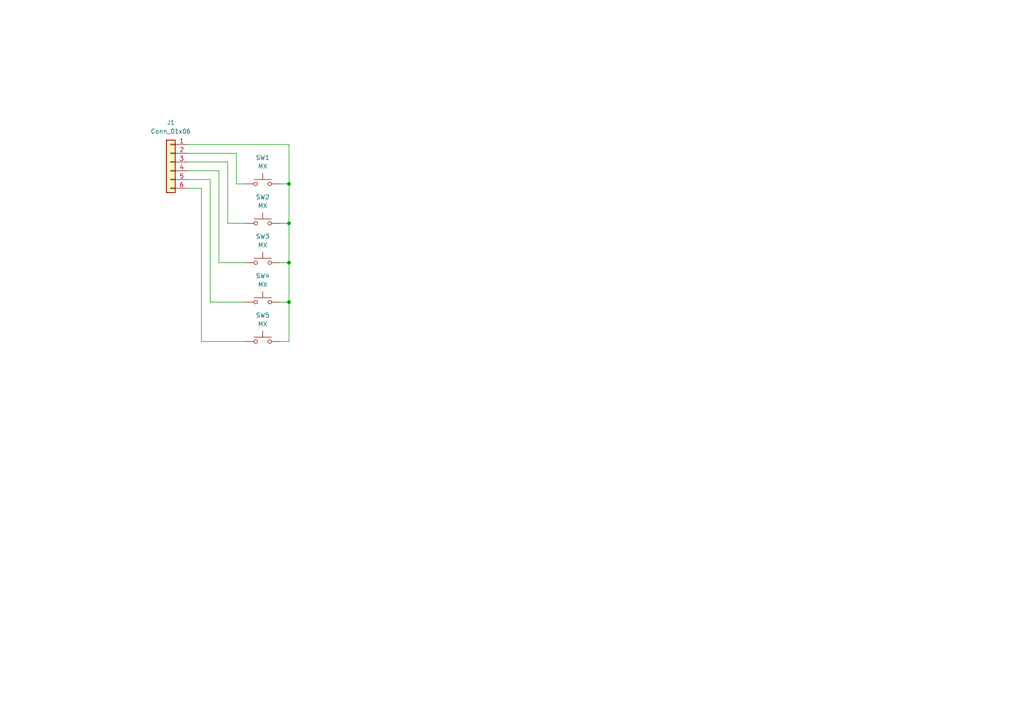
<source format=kicad_sch>
(kicad_sch (version 20211123) (generator eeschema)
  (paper "A4")
  (lib_symbols
    (symbol "Connector_Generic:Conn_01x06" (pin_names (offset 1.016) hide)
      (property "Reference" "J" (at 0 7.62 0))
      (property "Value" "Conn_01x06" (at 0 -10.16 0))
      (symbol "Conn_01x06_1_1"
        (rectangle (start -1.27 -7.493) (end 0 -7.747) (stroke (width 0.1524)))
        (rectangle (start -1.27 -4.953) (end 0 -5.207) (stroke (width 0.1524)))
        (rectangle (start -1.27 -2.413) (end 0 -2.667) (stroke (width 0.1524)))
        (rectangle (start -1.27 0.127) (end 0 -0.127) (stroke (width 0.1524)))
        (rectangle (start -1.27 2.667) (end 0 2.413) (stroke (width 0.1524)))
        (rectangle (start -1.27 5.207) (end 0 4.953) (stroke (width 0.1524)))
        (rectangle (start -1.27 6.35) (end 1.27 -8.89) (stroke (width 0.254)) (fill (type background)))
        (pin passive line (at -5.08 5.08 0) (length 3.81) (name "Pin_1") (number "1"))
        (pin passive line (at -5.08 2.54 0) (length 3.81) (name "Pin_2") (number "2"))
        (pin passive line (at -5.08 0 0) (length 3.81) (name "Pin_3") (number "3"))
        (pin passive line (at -5.08 -2.54 0) (length 3.81) (name "Pin_4") (number "4"))
        (pin passive line (at -5.08 -5.08 0) (length 3.81) (name "Pin_5") (number "5"))
        (pin passive line (at -5.08 -7.62 0) (length 3.81) (name "Pin_6") (number "6"))
      )
    )
    (symbol "Switch:SW_Push" (pin_numbers hide) (pin_names (offset 1.016) hide)
      (property "Reference" "SW" (at 1.27 2.54 0))
      (property "Value" "SW_Push" (at 0 -1.524 0))
      (symbol "SW_Push_0_1"
        (circle (center -2.032 0) (radius 0.508))
        (polyline (pts (xy 0 1.27) (xy 0 3.048)))
        (polyline (pts (xy 2.54 1.27) (xy -2.54 1.27)))
        (circle (center 2.032 0) (radius 0.508))
        (pin passive line (at -5.08 0 0) (length 2.54) (name "1") (number "1"))
        (pin passive line (at 5.08 0 180) (length 2.54) (name "2") (number "2"))
      )
    )
  )
  (junction (at 83.82 87.63))
  (junction (at 83.82 64.77))
  (junction (at 83.82 76.2))
  (junction (at 83.82 53.34))
  (wire (pts (xy 71.12 87.63) (xy 60.96 87.63)))
  (wire (pts (xy 83.82 76.2) (xy 83.82 87.63)))
  (wire (pts (xy 83.82 41.91) (xy 83.82 53.34)))
  (wire (pts (xy 71.12 99.06) (xy 58.42 99.06)))
  (wire (pts (xy 83.82 53.34) (xy 83.82 64.77)))
  (wire (pts (xy 63.5 49.53) (xy 63.5 76.2)))
  (wire (pts (xy 83.82 53.34) (xy 81.28 53.34)))
  (wire (pts (xy 54.61 46.99) (xy 66.04 46.99)))
  (wire (pts (xy 83.82 76.2) (xy 81.28 76.2)))
  (wire (pts (xy 83.82 87.63) (xy 81.28 87.63)))
  (wire (pts (xy 66.04 64.77) (xy 71.12 64.77)))
  (wire (pts (xy 54.61 41.91) (xy 83.82 41.91)))
  (wire (pts (xy 83.82 87.63) (xy 83.82 99.06)))
  (wire (pts (xy 58.42 54.61) (xy 58.42 99.06)))
  (wire (pts (xy 68.58 44.45) (xy 68.58 53.34)))
  (wire (pts (xy 66.04 46.99) (xy 66.04 64.77)))
  (wire (pts (xy 83.82 64.77) (xy 83.82 76.2)))
  (wire (pts (xy 54.61 54.61) (xy 58.42 54.61)))
  (wire (pts (xy 54.61 44.45) (xy 68.58 44.45)))
  (wire (pts (xy 71.12 76.2) (xy 63.5 76.2)))
  (wire (pts (xy 68.58 53.34) (xy 71.12 53.34)))
  (wire (pts (xy 54.61 49.53) (xy 63.5 49.53)))
  (wire (pts (xy 60.96 52.07) (xy 60.96 87.63)))
  (wire (pts (xy 81.28 99.06) (xy 83.82 99.06)))
  (wire (pts (xy 83.82 64.77) (xy 81.28 64.77)))
  (wire (pts (xy 54.61 52.07) (xy 60.96 52.07)))
  (symbol (lib_id "Switch:SW_Push") (at 76.2 99.06 0) (mirror y) (unit 1)
    (property "Reference" "SW5" (at 76.2 91.44 0))
    (property "Value" "MX" (at 76.2 93.98 0))
    (property "Footprint" "agausmann:Kailh_HotSwap_Reversible_1u" (effects hide))
  )
  (symbol (lib_id "Switch:SW_Push") (at 76.2 87.63 0) (mirror y) (unit 1)
    (property "Reference" "SW4" (at 76.2 80.01 0))
    (property "Value" "MX" (at 76.2 82.55 0))
    (property "Footprint" "agausmann:Kailh_HotSwap_Reversible_1u" (effects hide))
  )
  (symbol (lib_id "Switch:SW_Push") (at 76.2 76.2 0) (mirror y) (unit 1)
    (property "Reference" "SW3" (at 76.2 68.58 0))
    (property "Value" "MX" (at 76.2 71.12 0))
    (property "Footprint" "agausmann:Kailh_HotSwap_Reversible_1u" (effects hide))
  )
  (symbol (lib_id "Switch:SW_Push") (at 76.2 53.34 0) (mirror y) (unit 1)
    (property "Reference" "SW1" (at 76.2 45.72 0))
    (property "Value" "MX" (at 76.2 48.26 0))
    (property "Footprint" "agausmann:Kailh_HotSwap_Reversible_1u" (effects hide))
  )
  (symbol (lib_id "Switch:SW_Push") (at 76.2 64.77 0) (mirror y) (unit 1)
    (property "Reference" "SW2" (at 76.2 57.15 0))
    (property "Value" "MX" (at 76.2 59.69 0))
    (property "Footprint" "agausmann:Kailh_HotSwap_Reversible_1u" (effects hide))
  )
  (symbol (lib_id "Connector_Generic:Conn_01x06") (at 49.53 46.99 0) (mirror y) (unit 1)
    (property "Reference" "J1" (at 49.53 35.56 0))
    (property "Value" "Conn_01x06" (at 49.53 38.1 0))
    (property "Footprint" "Connector_PinHeader_2.54mm:PinHeader_1x06_P2.54mm_Vertical" (effects hide))
  )
)
</source>
